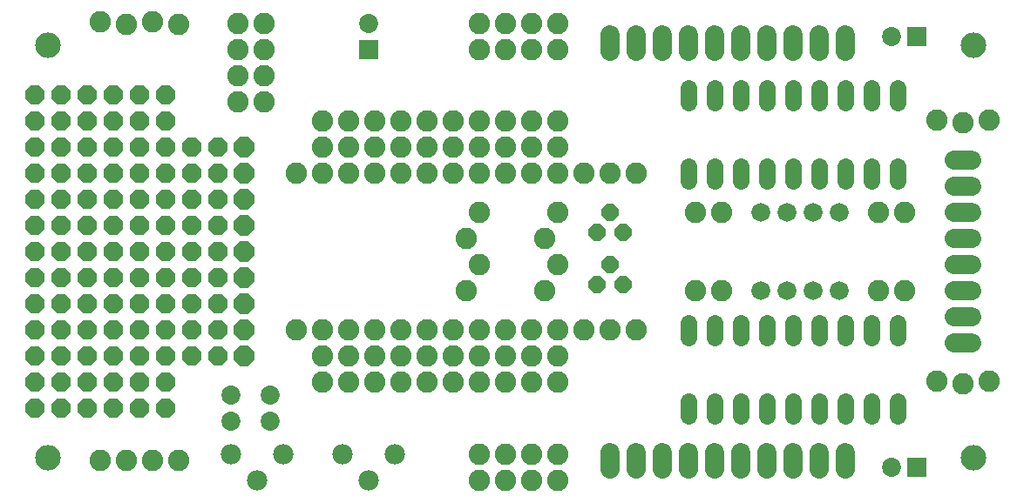
<source format=gbs>
G75*
%MOIN*%
%OFA0B0*%
%FSLAX25Y25*%
%IPPOS*%
%LPD*%
%AMOC8*
5,1,8,0,0,1.08239X$1,22.5*
%
%ADD10C,0.09800*%
%ADD11C,0.08200*%
%ADD12C,0.07200*%
%ADD13C,0.06400*%
%ADD14C,0.07300*%
%ADD15R,0.07300X0.07300*%
%ADD16C,0.07200*%
%ADD17OC8,0.07400*%
%ADD18C,0.07800*%
%ADD19OC8,0.07200*%
%ADD20OC8,0.07800*%
%ADD21OC8,0.06400*%
D10*
X0016000Y0022000D03*
X0016000Y0180000D03*
X0370000Y0180000D03*
X0370000Y0022000D03*
D11*
X0366000Y0050500D03*
X0356000Y0051500D03*
X0376000Y0051500D03*
X0343500Y0086000D03*
X0333500Y0086000D03*
X0333500Y0116000D03*
X0343500Y0116000D03*
X0366000Y0150500D03*
X0356000Y0151500D03*
X0376000Y0151500D03*
X0273500Y0116000D03*
X0263500Y0116000D03*
X0241000Y0131000D03*
X0231000Y0131000D03*
X0221000Y0131000D03*
X0211000Y0131000D03*
X0201000Y0131000D03*
X0191000Y0131000D03*
X0181000Y0131000D03*
X0171000Y0131000D03*
X0161000Y0131000D03*
X0151000Y0131000D03*
X0141000Y0131000D03*
X0131000Y0131000D03*
X0121000Y0131000D03*
X0111000Y0131000D03*
X0121000Y0141000D03*
X0131000Y0141000D03*
X0141000Y0141000D03*
X0151000Y0141000D03*
X0161000Y0141000D03*
X0171000Y0141000D03*
X0181000Y0141000D03*
X0191000Y0141000D03*
X0201000Y0141000D03*
X0211000Y0141000D03*
X0211000Y0151000D03*
X0201000Y0151000D03*
X0191000Y0151000D03*
X0181000Y0151000D03*
X0171000Y0151000D03*
X0161000Y0151000D03*
X0151000Y0151000D03*
X0141000Y0151000D03*
X0131000Y0151000D03*
X0121000Y0151000D03*
X0098500Y0158500D03*
X0088500Y0158500D03*
X0088500Y0168500D03*
X0098500Y0168500D03*
X0098500Y0178500D03*
X0088500Y0178500D03*
X0088500Y0188500D03*
X0098500Y0188500D03*
X0066000Y0188000D03*
X0056000Y0189000D03*
X0046000Y0188000D03*
X0036000Y0189000D03*
X0181000Y0188500D03*
X0191000Y0188500D03*
X0201000Y0188500D03*
X0211000Y0188500D03*
X0211000Y0178500D03*
X0201000Y0178500D03*
X0191000Y0178500D03*
X0181000Y0178500D03*
X0181000Y0116000D03*
X0176000Y0106000D03*
X0181000Y0096000D03*
X0176000Y0086000D03*
X0171000Y0071000D03*
X0181000Y0071000D03*
X0191000Y0071000D03*
X0201000Y0071000D03*
X0211000Y0071000D03*
X0221000Y0071000D03*
X0231000Y0071000D03*
X0241000Y0071000D03*
X0263500Y0086000D03*
X0273500Y0086000D03*
X0211000Y0096000D03*
X0206000Y0086000D03*
X0206000Y0106000D03*
X0211000Y0116000D03*
X0161000Y0071000D03*
X0151000Y0071000D03*
X0141000Y0071000D03*
X0131000Y0071000D03*
X0121000Y0071000D03*
X0111000Y0071000D03*
X0121000Y0061000D03*
X0131000Y0061000D03*
X0141000Y0061000D03*
X0151000Y0061000D03*
X0161000Y0061000D03*
X0171000Y0061000D03*
X0181000Y0061000D03*
X0191000Y0061000D03*
X0201000Y0061000D03*
X0211000Y0061000D03*
X0211000Y0051000D03*
X0201000Y0051000D03*
X0191000Y0051000D03*
X0181000Y0051000D03*
X0171000Y0051000D03*
X0161000Y0051000D03*
X0151000Y0051000D03*
X0141000Y0051000D03*
X0131000Y0051000D03*
X0121000Y0051000D03*
X0066000Y0021000D03*
X0056000Y0021000D03*
X0046000Y0021000D03*
X0036000Y0021000D03*
X0181000Y0023500D03*
X0191000Y0023500D03*
X0201000Y0023500D03*
X0211000Y0023500D03*
X0211000Y0013500D03*
X0201000Y0013500D03*
X0191000Y0013500D03*
X0181000Y0013500D03*
D12*
X0231000Y0017800D02*
X0231000Y0024200D01*
X0241000Y0024200D02*
X0241000Y0017800D01*
X0251000Y0017800D02*
X0251000Y0024200D01*
X0261000Y0024200D02*
X0261000Y0017800D01*
X0271000Y0017800D02*
X0271000Y0024200D01*
X0281000Y0024200D02*
X0281000Y0017800D01*
X0291000Y0017800D02*
X0291000Y0024200D01*
X0301000Y0024200D02*
X0301000Y0017800D01*
X0311000Y0017800D02*
X0311000Y0024200D01*
X0321000Y0024200D02*
X0321000Y0017800D01*
X0362800Y0066000D02*
X0369200Y0066000D01*
X0369200Y0076000D02*
X0362800Y0076000D01*
X0362800Y0086000D02*
X0369200Y0086000D01*
X0369200Y0096000D02*
X0362800Y0096000D01*
X0362800Y0106000D02*
X0369200Y0106000D01*
X0369200Y0116000D02*
X0362800Y0116000D01*
X0362800Y0126000D02*
X0369200Y0126000D01*
X0369200Y0136000D02*
X0362800Y0136000D01*
X0321000Y0177800D02*
X0321000Y0184200D01*
X0311000Y0184200D02*
X0311000Y0177800D01*
X0301000Y0177800D02*
X0301000Y0184200D01*
X0291000Y0184200D02*
X0291000Y0177800D01*
X0281000Y0177800D02*
X0281000Y0184200D01*
X0271000Y0184200D02*
X0271000Y0177800D01*
X0261000Y0177800D02*
X0261000Y0184200D01*
X0251000Y0184200D02*
X0251000Y0177800D01*
X0241000Y0177800D02*
X0241000Y0184200D01*
X0231000Y0184200D02*
X0231000Y0177800D01*
D13*
X0261000Y0163800D02*
X0261000Y0158200D01*
X0271000Y0158200D02*
X0271000Y0163800D01*
X0281000Y0163800D02*
X0281000Y0158200D01*
X0291000Y0158200D02*
X0291000Y0163800D01*
X0301000Y0163800D02*
X0301000Y0158200D01*
X0311000Y0158200D02*
X0311000Y0163800D01*
X0321000Y0163800D02*
X0321000Y0158200D01*
X0331000Y0158200D02*
X0331000Y0163800D01*
X0341000Y0163800D02*
X0341000Y0158200D01*
X0341000Y0133800D02*
X0341000Y0128200D01*
X0331000Y0128200D02*
X0331000Y0133800D01*
X0321000Y0133800D02*
X0321000Y0128200D01*
X0311000Y0128200D02*
X0311000Y0133800D01*
X0301000Y0133800D02*
X0301000Y0128200D01*
X0291000Y0128200D02*
X0291000Y0133800D01*
X0281000Y0133800D02*
X0281000Y0128200D01*
X0271000Y0128200D02*
X0271000Y0133800D01*
X0261000Y0133800D02*
X0261000Y0128200D01*
X0261000Y0073800D02*
X0261000Y0068200D01*
X0271000Y0068200D02*
X0271000Y0073800D01*
X0281000Y0073800D02*
X0281000Y0068200D01*
X0291000Y0068200D02*
X0291000Y0073800D01*
X0301000Y0073800D02*
X0301000Y0068200D01*
X0311000Y0068200D02*
X0311000Y0073800D01*
X0321000Y0073800D02*
X0321000Y0068200D01*
X0331000Y0068200D02*
X0331000Y0073800D01*
X0341000Y0073800D02*
X0341000Y0068200D01*
X0341000Y0043800D02*
X0341000Y0038200D01*
X0331000Y0038200D02*
X0331000Y0043800D01*
X0321000Y0043800D02*
X0321000Y0038200D01*
X0311000Y0038200D02*
X0311000Y0043800D01*
X0301000Y0043800D02*
X0301000Y0038200D01*
X0291000Y0038200D02*
X0291000Y0043800D01*
X0281000Y0043800D02*
X0281000Y0038200D01*
X0271000Y0038200D02*
X0271000Y0043800D01*
X0261000Y0043800D02*
X0261000Y0038200D01*
D14*
X0338579Y0018500D03*
X0101000Y0036000D03*
X0086000Y0036000D03*
X0086000Y0046000D03*
X0101000Y0046000D03*
X0338579Y0183500D03*
X0138500Y0188421D03*
D15*
X0138500Y0178579D03*
X0348421Y0183500D03*
X0348421Y0018500D03*
D16*
X0318500Y0086000D03*
X0308500Y0086000D03*
X0298500Y0086000D03*
X0288500Y0086000D03*
X0288500Y0116000D03*
X0298500Y0116000D03*
X0308500Y0116000D03*
X0318500Y0116000D03*
D17*
X0081000Y0111000D03*
X0071000Y0111000D03*
X0061000Y0111000D03*
X0051000Y0111000D03*
X0041000Y0111000D03*
X0031000Y0111000D03*
X0021000Y0111000D03*
X0011000Y0111000D03*
X0011000Y0101000D03*
X0021000Y0101000D03*
X0031000Y0101000D03*
X0041000Y0101000D03*
X0051000Y0101000D03*
X0061000Y0101000D03*
X0071000Y0101000D03*
X0081000Y0101000D03*
X0081000Y0091000D03*
X0071000Y0091000D03*
X0061000Y0091000D03*
X0051000Y0091000D03*
X0041000Y0091000D03*
X0031000Y0091000D03*
X0021000Y0091000D03*
X0011000Y0091000D03*
X0011000Y0081000D03*
X0021000Y0081000D03*
X0031000Y0081000D03*
X0041000Y0081000D03*
X0051000Y0081000D03*
X0061000Y0081000D03*
X0071000Y0081000D03*
X0081000Y0081000D03*
X0081000Y0071000D03*
X0071000Y0071000D03*
X0061000Y0071000D03*
X0051000Y0071000D03*
X0041000Y0071000D03*
X0031000Y0071000D03*
X0021000Y0071000D03*
X0011000Y0071000D03*
X0011000Y0061000D03*
X0021000Y0061000D03*
X0031000Y0061000D03*
X0041000Y0061000D03*
X0051000Y0061000D03*
X0061000Y0061000D03*
X0071000Y0061000D03*
X0081000Y0061000D03*
X0081000Y0121000D03*
X0071000Y0121000D03*
X0061000Y0121000D03*
X0051000Y0121000D03*
X0041000Y0121000D03*
X0031000Y0121000D03*
X0021000Y0121000D03*
X0011000Y0121000D03*
X0011000Y0131000D03*
X0021000Y0131000D03*
X0031000Y0131000D03*
X0041000Y0131000D03*
X0051000Y0131000D03*
X0061000Y0131000D03*
X0071000Y0131000D03*
X0081000Y0131000D03*
X0081000Y0141000D03*
X0071000Y0141000D03*
X0061000Y0141000D03*
X0051000Y0141000D03*
X0041000Y0141000D03*
X0031000Y0141000D03*
X0021000Y0141000D03*
X0011000Y0141000D03*
D18*
X0086000Y0023500D03*
X0096000Y0013500D03*
X0106000Y0023500D03*
X0128500Y0023500D03*
X0138500Y0013500D03*
X0148500Y0023500D03*
D19*
X0061000Y0041000D03*
X0051000Y0041000D03*
X0041000Y0041000D03*
X0031000Y0041000D03*
X0021000Y0041000D03*
X0011000Y0041000D03*
X0011000Y0051000D03*
X0021000Y0051000D03*
X0031000Y0051000D03*
X0041000Y0051000D03*
X0051000Y0051000D03*
X0061000Y0051000D03*
X0061000Y0151000D03*
X0051000Y0151000D03*
X0041000Y0151000D03*
X0031000Y0151000D03*
X0021000Y0151000D03*
X0011000Y0151000D03*
X0011000Y0161000D03*
X0021000Y0161000D03*
X0031000Y0161000D03*
X0041000Y0161000D03*
X0051000Y0161000D03*
X0061000Y0161000D03*
D20*
X0091000Y0141000D03*
X0091000Y0131000D03*
X0091000Y0121000D03*
X0091000Y0111000D03*
X0091000Y0101000D03*
X0091000Y0091000D03*
X0091000Y0081000D03*
X0091000Y0071000D03*
X0091000Y0061000D03*
D21*
X0226000Y0088500D03*
X0236000Y0088500D03*
X0231000Y0096000D03*
X0226000Y0108500D03*
X0236000Y0108500D03*
X0231000Y0116000D03*
M02*

</source>
